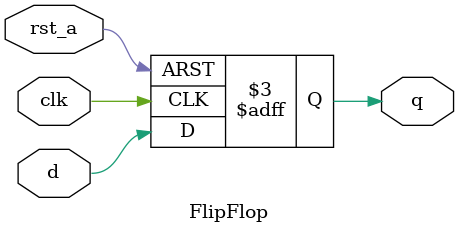
<source format=v>
module FlipFlop #(parameter Bits = 1)(
input clk,rst_a,
input [Bits - 1 : 0] d,
output reg [Bits - 1 : 0] q
);

always @(posedge clk or negedge rst_a)
	begin
		if(!rst_a)
			begin
				q <= 0;
			end
		else
			begin
				q <= d;
			end
	end

endmodule
</source>
